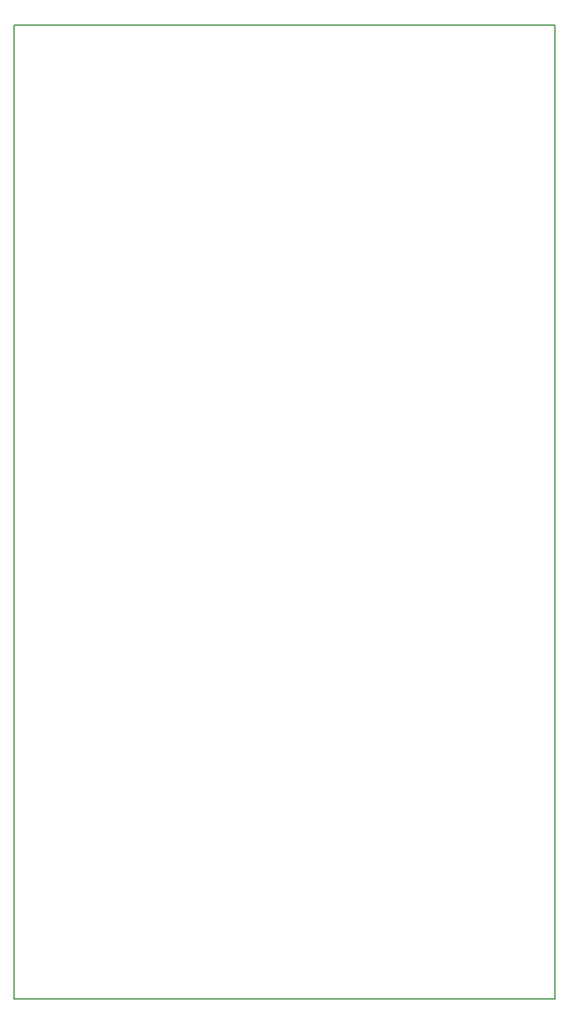
<source format=gm1>
G04 #@! TF.FileFunction,Profile,NP*
%FSLAX46Y46*%
G04 Gerber Fmt 4.6, Leading zero omitted, Abs format (unit mm)*
G04 Created by KiCad (PCBNEW 4.0.2-stable) date Sat 27 Feb 2016 06:16:26 AM EST*
%MOMM*%
G01*
G04 APERTURE LIST*
%ADD10C,0.100000*%
%ADD11C,0.150000*%
G04 APERTURE END LIST*
D10*
D11*
X112000000Y-175000000D02*
X37000000Y-175000000D01*
X112000000Y-40000000D02*
X112000000Y-175000000D01*
X37000000Y-40000000D02*
X112000000Y-40000000D01*
X37000000Y-175000000D02*
X37000000Y-40000000D01*
M02*

</source>
